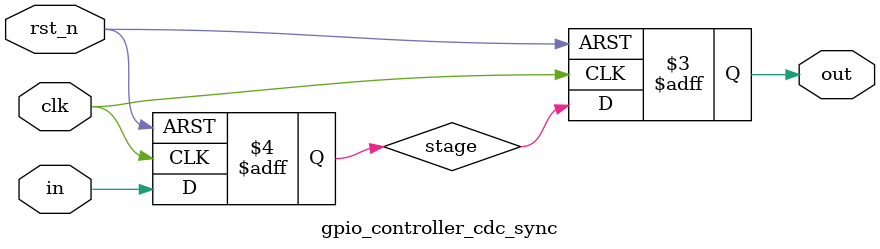
<source format=sv>
module gpio_controller_cdc_sync #(
	parameter WIDTH = 1
) (
	input logic				 clk,
	input logic				 rst_n,
	input logic [WIDTH-1:0]	 in,
	output logic [WIDTH-1:0] out);

	logic [WIDTH-1:0] stage;

	always_ff @(posedge clk or negedge rst_n) begin
		if(~rst_n) begin
			stage <= 1'b0;
			out <= 1'b0;
		end else begin
			stage <= in;
			out <= stage;
		end
	end

endmodule // gpio_controller_cdc_sync

</source>
